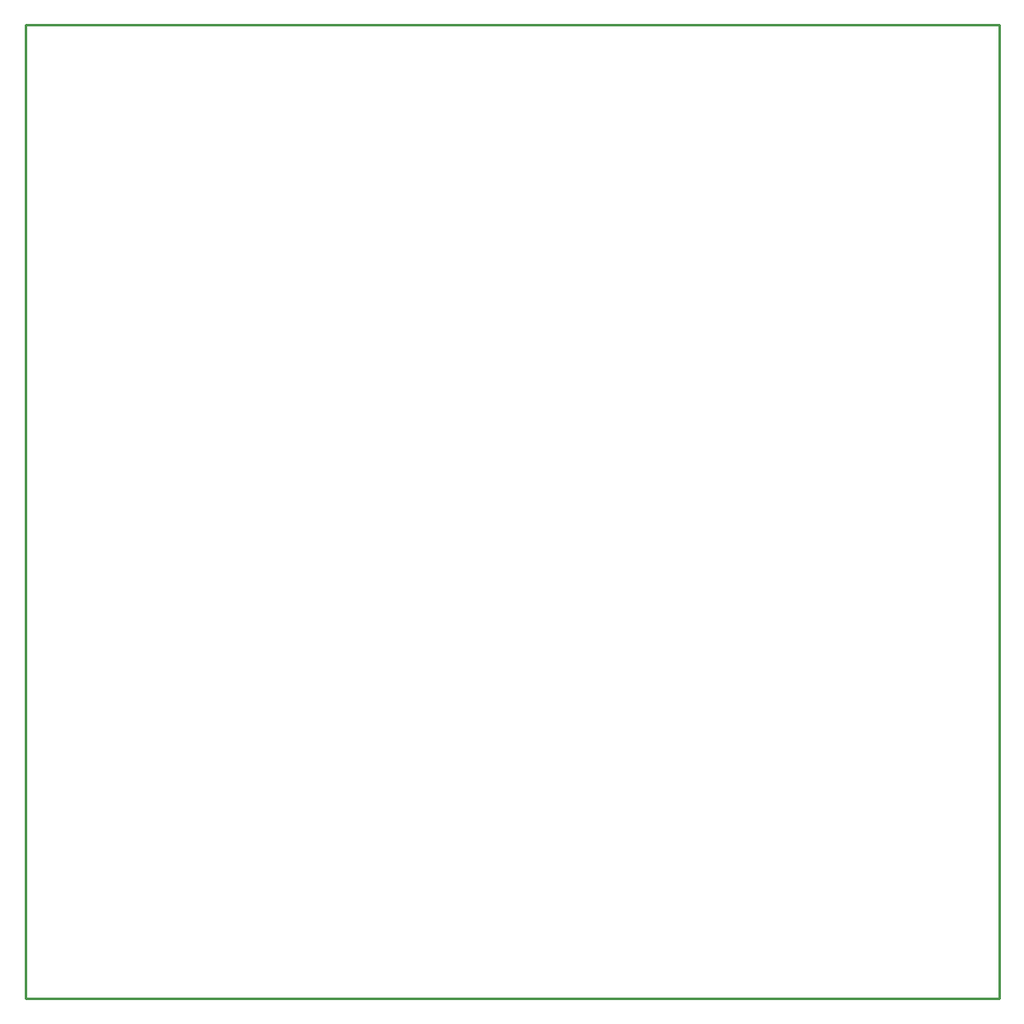
<source format=gko>
G04*
G04 #@! TF.GenerationSoftware,Altium Limited,Altium Designer,21.3.2 (30)*
G04*
G04 Layer_Color=16711935*
%FSTAX44Y44*%
%MOMM*%
G71*
G04*
G04 #@! TF.SameCoordinates,71E4571F-97C7-41C0-9591-7C9436880AE0*
G04*
G04*
G04 #@! TF.FilePolarity,Positive*
G04*
G01*
G75*
%ADD11C,0.2540*%
D11*
Y0099949D02*
X0099949D01*
X0Y0D02*
X0099949D01*
Y0099949D01*
X0Y0D02*
Y0099949D01*
M02*

</source>
